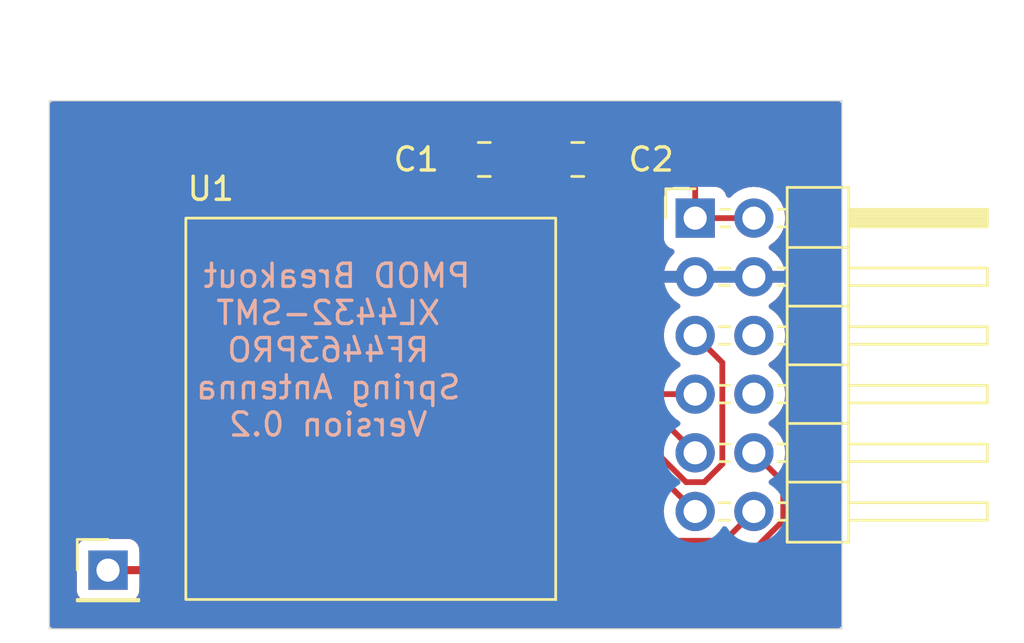
<source format=kicad_pcb>
(kicad_pcb (version 20221018) (generator pcbnew)
  (layers (0 "F.Cu" signal) (31 "B.Cu" signal) (34 "B.Paste" user) (35 "F.Paste" user) (36 "B.SilkS" user "B.Silkscreen") (37 "F.SilkS" user "F.Silkscreen") (38 "B.Mask" user) (39 "F.Mask" user) (44 "Edge.Cuts" user))
  (net 0 "")
  (net 1 "GND")
  (net 2 "nRESET")
  (net 3 "nCS")
  (net 4 "SCK")
  (net 5 "MOSI")
  (net 6 "MISO")
  (net 7 "VCC")
  (net 10 "Net-(J2-Pin_1)")
  (net 13 "IRQ")
  (footprint "Connector_PinHeader_2.54mm:PinHeader_2x06_P2.54mm_Horizontal" (layer "F.Cu") (at 149.86 43.18)
    (fp_text reference "J1" hide)
    (fp_text value "Conn_02x06_Odd_Even")
    (fp_line (start -1.27 -1.27) (end 0 -1.27) (stroke (width 0.12)) (layer "F.SilkS"))
    (fp_line (start -1.27 0) (end -1.27 -1.27) (stroke (width 0.12)) (layer "F.SilkS"))
    (fp_line (start 1.042929 2.16) (end 1.497071 2.16) (stroke (width 0.12)) (layer "F.SilkS"))
    (fp_line (start 1.042929 2.92) (end 1.497071 2.92) (stroke (width 0.12)) (layer "F.SilkS"))
    (fp_line (start 1.042929 4.7) (end 1.497071 4.7) (stroke (width 0.12)) (layer "F.SilkS"))
    (fp_line (start 1.042929 5.46) (end 1.497071 5.46) (stroke (width 0.12)) (layer "F.SilkS"))
    (fp_line (start 1.042929 7.24) (end 1.497071 7.24) (stroke (width 0.12)) (layer "F.SilkS"))
    (fp_line (start 1.042929 8) (end 1.497071 8) (stroke (width 0.12)) (layer "F.SilkS"))
    (fp_line (start 1.042929 9.78) (end 1.497071 9.78) (stroke (width 0.12)) (layer "F.SilkS"))
    (fp_line (start 1.042929 10.54) (end 1.497071 10.54) (stroke (width 0.12)) (layer "F.SilkS"))
    (fp_line (start 1.042929 12.32) (end 1.497071 12.32) (stroke (width 0.12)) (layer "F.SilkS"))
    (fp_line (start 1.042929 13.08) (end 1.497071 13.08) (stroke (width 0.12)) (layer "F.SilkS"))
    (fp_line (start 1.11 -0.38) (end 1.497071 -0.38) (stroke (width 0.12)) (layer "F.SilkS"))
    (fp_line (start 1.11 0.38) (end 1.497071 0.38) (stroke (width 0.12)) (layer "F.SilkS"))
    (fp_line (start 3.582929 -0.38) (end 3.98 -0.38) (stroke (width 0.12)) (layer "F.SilkS"))
    (fp_line (start 3.582929 0.38) (end 3.98 0.38) (stroke (width 0.12)) (layer "F.SilkS"))
    (fp_line (start 3.582929 2.16) (end 3.98 2.16) (stroke (width 0.12)) (layer "F.SilkS"))
    (fp_line (start 3.582929 2.92) (end 3.98 2.92) (stroke (width 0.12)) (layer "F.SilkS"))
    (fp_line (start 3.582929 4.7) (end 3.98 4.7) (stroke (width 0.12)) (layer "F.SilkS"))
    (fp_line (start 3.582929 5.46) (end 3.98 5.46) (stroke (width 0.12)) (layer "F.SilkS"))
    (fp_line (start 3.582929 7.24) (end 3.98 7.24) (stroke (width 0.12)) (layer "F.SilkS"))
    (fp_line (start 3.582929 8) (end 3.98 8) (stroke (width 0.12)) (layer "F.SilkS"))
    (fp_line (start 3.582929 9.78) (end 3.98 9.78) (stroke (width 0.12)) (layer "F.SilkS"))
    (fp_line (start 3.582929 10.54) (end 3.98 10.54) (stroke (width 0.12)) (layer "F.SilkS"))
    (fp_line (start 3.582929 12.32) (end 3.98 12.32) (stroke (width 0.12)) (layer "F.SilkS"))
    (fp_line (start 3.582929 13.08) (end 3.98 13.08) (stroke (width 0.12)) (layer "F.SilkS"))
    (fp_line (start 3.98 -1.33) (end 3.98 14.03) (stroke (width 0.12)) (layer "F.SilkS"))
    (fp_line (start 3.98 1.27) (end 6.64 1.27) (stroke (width 0.12)) (layer "F.SilkS"))
    (fp_line (start 3.98 3.81) (end 6.64 3.81) (stroke (width 0.12)) (layer "F.SilkS"))
    (fp_line (start 3.98 6.35) (end 6.64 6.35) (stroke (width 0.12)) (layer "F.SilkS"))
    (fp_line (start 3.98 8.89) (end 6.64 8.89) (stroke (width 0.12)) (layer "F.SilkS"))
    (fp_line (start 3.98 11.43) (end 6.64 11.43) (stroke (width 0.12)) (layer "F.SilkS"))
    (fp_line (start 3.98 14.03) (end 6.64 14.03) (stroke (width 0.12)) (layer "F.SilkS"))
    (fp_line (start 6.64 -1.33) (end 3.98 -1.33) (stroke (width 0.12)) (layer "F.SilkS"))
    (fp_line (start 6.64 -0.38) (end 12.64 -0.38) (stroke (width 0.12)) (layer "F.SilkS"))
    (fp_line (start 6.64 -0.32) (end 12.64 -0.32) (stroke (width 0.12)) (layer "F.SilkS"))
    (fp_line (start 6.64 -0.2) (end 12.64 -0.2) (stroke (width 0.12)) (layer "F.SilkS"))
    (fp_line (start 6.64 -0.08) (end 12.64 -0.08) (stroke (width 0.12)) (layer "F.SilkS"))
    (fp_line (start 6.64 0.04) (end 12.64 0.04) (stroke (width 0.12)) (layer "F.SilkS"))
    (fp_line (start 6.64 0.16) (end 12.64 0.16) (stroke (width 0.12)) (layer "F.SilkS"))
    (fp_line (start 6.64 0.28) (end 12.64 0.28) (stroke (width 0.12)) (layer "F.SilkS"))
    (fp_line (start 6.64 2.16) (end 12.64 2.16) (stroke (width 0.12)) (layer "F.SilkS"))
    (fp_line (start 6.64 4.7) (end 12.64 4.7) (stroke (width 0.12)) (layer "F.SilkS"))
    (fp_line (start 6.64 7.24) (end 12.64 7.24) (stroke (width 0.12)) (layer "F.SilkS"))
    (fp_line (start 6.64 9.78) (end 12.64 9.78) (stroke (width 0.12)) (layer "F.SilkS"))
    (fp_line (start 6.64 12.32) (end 12.64 12.32) (stroke (width 0.12)) (layer "F.SilkS"))
    (fp_line (start 6.64 14.03) (end 6.64 -1.33) (stroke (width 0.12)) (layer "F.SilkS"))
    (fp_line (start 12.64 -0.38) (end 12.64 0.38) (stroke (width 0.12)) (layer "F.SilkS"))
    (fp_line (start 12.64 0.38) (end 6.64 0.38) (stroke (width 0.12)) (layer "F.SilkS"))
    (fp_line (start 12.64 2.16) (end 12.64 2.92) (stroke (width 0.12)) (layer "F.SilkS"))
    (fp_line (start 12.64 2.92) (end 6.64 2.92) (stroke (width 0.12)) (layer "F.SilkS"))
    (fp_line (start 12.64 4.7) (end 12.64 5.46) (stroke (width 0.12)) (layer "F.SilkS"))
    (fp_line (start 12.64 5.46) (end 6.64 5.46) (stroke (width 0.12)) (layer "F.SilkS"))
    (fp_line (start 12.64 7.24) (end 12.64 8) (stroke (width 0.12)) (layer "F.SilkS"))
    (fp_line (start 12.64 8) (end 6.64 8) (stroke (width 0.12)) (layer "F.SilkS"))
    (fp_line (start 12.64 9.78) (end 12.64 10.54) (stroke (width 0.12)) (layer "F.SilkS"))
    (fp_line (start 12.64 10.54) (end 6.64 10.54) (stroke (width 0.12)) (layer "F.SilkS"))
    (fp_line (start 12.64 12.32) (end 12.64 13.08) (stroke (width 0.12)) (layer "F.SilkS"))
    (fp_line (start 12.64 13.08) (end 6.64 13.08) (stroke (width 0.12)) (layer "F.SilkS"))
    (pad "1" thru_hole rect (at 0 0) (size 1.7 1.7) (drill 1) (layers "*.Cu" "*.Mask") (net 7 "VCC"))
    (pad "2" thru_hole oval (at 2.54 0) (size 1.7 1.7) (drill 1) (layers "*.Cu" "*.Mask") (net 7 "VCC"))
    (pad "3" thru_hole oval (at 0 2.54) (size 1.7 1.7) (drill 1) (layers "*.Cu" "*.Mask") (net 1 "GND"))
    (pad "4" thru_hole oval (at 2.54 2.54) (size 1.7 1.7) (drill 1) (layers "*.Cu" "*.Mask") (net 1 "GND"))
    (pad "5" thru_hole oval (at 0 5.08) (size 1.7 1.7) (drill 1) (layers "*.Cu" "*.Mask") (net 4 "SCK"))
    (pad "6" thru_hole oval (at 2.54 5.08) (size 1.7 1.7) (drill 1) (layers "*.Cu" "*.Mask"))
    (pad "7" thru_hole oval (at 0 7.62) (size 1.7 1.7) (drill 1) (layers "*.Cu" "*.Mask") (net 6 "MISO"))
    (pad "8" thru_hole oval (at 2.54 7.62) (size 1.7 1.7) (drill 1) (layers "*.Cu" "*.Mask"))
    (pad "9" thru_hole oval (at 0 10.16) (size 1.7 1.7) (drill 1) (layers "*.Cu" "*.Mask") (net 5 "MOSI"))
    (pad "10" thru_hole oval (at 2.54 10.16) (size 1.7 1.7) (drill 1) (layers "*.Cu" "*.Mask") (net 2 "nRESET"))
    (pad "11" thru_hole oval (at 0 12.7) (size 1.7 1.7) (drill 1) (layers "*.Cu" "*.Mask") (net 3 "nCS"))
    (pad "12" thru_hole oval (at 2.54 12.7) (size 1.7 1.7) (drill 1) (layers "*.Cu" "*.Mask") (net 13 "IRQ"))
  )
  (footprint "AvS_Modules:AS4432-SMD" (layer "F.Cu") (at 135.89 52.07 180)
    (fp_text reference "U1" (at 6.985 10.16 unlocked) (layer "F.SilkS"))
    (fp_text value "AS4432-SMD")
    (fp_rect (start -7.9365 -7.62) (end 8.0635 8.89) (stroke (width 0.12)) (fill none) (layer "F.SilkS"))
    (pad "1" smd roundrect (at -7.9365 7.62 180) (size 2 1) (layers "F.Cu" "F.Paste" "F.Mask") (net 1 "GND"))
    (pad "2" smd roundrect (at -7.9365 6.35 180) (size 2 1) (layers "F.Cu" "F.Paste" "F.Mask"))
    (pad "3" smd roundrect (at -7.9365 5.08 180) (size 2 1) (layers "F.Cu" "F.Paste" "F.Mask"))
    (pad "4" smd roundrect (at -7.9365 3.81 180) (size 2 1) (layers "F.Cu" "F.Paste" "F.Mask"))
    (pad "5" smd roundrect (at -7.9365 2.54 180) (size 2 1) (layers "F.Cu" "F.Paste" "F.Mask") (net 7 "VCC"))
    (pad "6" smd roundrect (at -7.9365 1.27 180) (size 2 1) (layers "F.Cu" "F.Paste" "F.Mask") (net 6 "MISO"))
    (pad "7" smd roundrect (at -7.9365 0 180) (size 2 1) (layers "F.Cu" "F.Paste" "F.Mask") (net 5 "MOSI"))
    (pad "8" smd roundrect (at -7.9365 -1.27 180) (size 2 1) (layers "F.Cu" "F.Paste" "F.Mask") (net 4 "SCK"))
    (pad "9" smd roundrect (at -7.9365 -2.54 180) (size 2 1) (layers "F.Cu" "F.Paste" "F.Mask") (net 3 "nCS"))
    (pad "10" smd roundrect (at -7.9365 -3.81 180) (size 2 1) (layers "F.Cu" "F.Paste" "F.Mask") (net 13 "IRQ"))
    (pad "11" smd roundrect (at -7.9365 -5.08 180) (size 2 1) (layers "F.Cu" "F.Paste" "F.Mask") (net 2 "nRESET"))
    (pad "12" smd roundrect (at -7.9365 -6.35 180) (size 2 1) (layers "F.Cu" "F.Paste" "F.Mask") (net 1 "GND"))
    (pad "13" smd roundrect (at 8.0635 -6.35 180) (size 2 1) (layers "F.Cu" "F.Paste" "F.Mask") (net 10 "Net-(J2-Pin_1)"))
    (pad "14" smd roundrect (at 8.0635 -5.08 180) (size 2 1) (layers "F.Cu" "F.Paste" "F.Mask") (net 1 "GND"))
  )
  (footprint "Capacitor_SMD:C_0805_2012Metric_Pad1.18x1.45mm_HandSolder" (layer "F.Cu") (at 140.7375 40.64 180)
    (fp_text reference "C1" (at 2.9425 0) (layer "F.SilkS"))
    (fp_text value "C_Small")
    (fp_line (start -0.261252 -0.735) (end 0.261252 -0.735) (stroke (width 0.12)) (layer "F.SilkS"))
    (fp_line (start -0.261252 0.735) (end 0.261252 0.735) (stroke (width 0.12)) (layer "F.SilkS"))
    (pad "1" smd roundrect (at -1.0375 0 180) (size 1.175 1.45) (layers "F.Cu" "F.Paste" "F.Mask") (roundrect_rratio 0.2127659574) (net 7 "VCC"))
    (pad "2" smd roundrect (at 1.0375 0 180) (size 1.175 1.45) (layers "F.Cu" "F.Paste" "F.Mask") (roundrect_rratio 0.2127659574) (net 1 "GND"))
  )
  (footprint "Capacitor_SMD:C_0805_2012Metric_Pad1.18x1.45mm_HandSolder" (layer "F.Cu") (at 144.78 40.64)
    (fp_text reference "C2" (at 3.175 0) (layer "F.SilkS"))
    (fp_text value "C_Small")
    (fp_line (start -0.261252 -0.735) (end 0.261252 -0.735) (stroke (width 0.12)) (layer "F.SilkS"))
    (fp_line (start -0.261252 0.735) (end 0.261252 0.735) (stroke (width 0.12)) (layer "F.SilkS"))
    (pad "1" smd roundrect (at -1.0375 0) (size 1.175 1.45) (layers "F.Cu" "F.Paste" "F.Mask") (roundrect_rratio 0.2127659574) (net 7 "VCC"))
    (pad "2" smd roundrect (at 1.0375 0) (size 1.175 1.45) (layers "F.Cu" "F.Paste" "F.Mask") (roundrect_rratio 0.2127659574) (net 1 "GND"))
  )
  (footprint "Connector_PinHeader_2.54mm:PinHeader_1x01_P2.54mm_Vertical" (layer "F.Cu") (at 124.46 58.42)
    (fp_text reference "J2" hide)
    (fp_text value "Conn_01x01")
    (fp_line (start -1.33 -1.33) (end 0 -1.33) (stroke (width 0.12)) (layer "F.SilkS"))
    (fp_line (start -1.33 0) (end -1.33 -1.33) (stroke (width 0.12)) (layer "F.SilkS"))
    (fp_line (start -1.33 1.27) (end -1.33 1.33) (stroke (width 0.12)) (layer "F.SilkS"))
    (fp_line (start -1.33 1.27) (end 1.33 1.27) (stroke (width 0.12)) (layer "F.SilkS"))
    (fp_line (start -1.33 1.33) (end 1.33 1.33) (stroke (width 0.12)) (layer "F.SilkS"))
    (fp_line (start 1.33 1.27) (end 1.33 1.33) (stroke (width 0.12)) (layer "F.SilkS"))
    (pad "1" thru_hole rect (at 0 0) (size 1.7 1.7) (drill 1) (layers "*.Cu" "*.Mask") (net 10 "Net-(J2-Pin_1)"))
  )
  (gr_rect (start 121.92 38.1) (end 156.21 60.96) (stroke (width 0.05)) (fill none) (layer "Edge.Cuts"))
  (gr_text "PMOD Breakout \nXL4432-SMT\nRF4463PRO\nSpring Antenna\nVersion 0.2" (at 133.985 48.895) (layer "B.SilkS") (effects (font (size 1 1)) (justify mirror)))
  (segment (start 143.8265 57.15) (end 147.953604 57.15) (width 0.25) (layer "F.Cu") (net 2))
  (segment (start 152.341701 57.6) (end 153.23085 56.71085) (width 0.25) (layer "F.Cu") (net 2))
  (segment (start 152.791701 57.15) (end 153.67 56.271701) (width 0.25) (layer "F.Cu") (net 2))
  (segment (start 153.67 54.61) (end 152.4 53.34) (width 0.25) (layer "F.Cu") (net 2))
  (segment (start 153.67 56.271701) (end 153.67 54.61) (width 0.25) (layer "F.Cu") (net 2))
  (segment (start 147.953604 57.15) (end 148.403604 57.6) (width 0.25) (layer "F.Cu") (net 2))
  (segment (start 148.403604 57.6) (end 152.341701 57.6) (width 0.25) (layer "F.Cu") (net 2))
  (segment (start 148.59 54.61) (end 143.8265 54.61) (width 0.25) (layer "F.Cu") (net 3))
  (segment (start 149.86 55.88) (end 148.59 54.61) (width 0.25) (layer "F.Cu") (net 3))
  (segment (start 149.468299 54.61) (end 150.251701 54.61) (width 0.25) (layer "F.Cu") (net 4))
  (segment (start 150.251701 54.61) (end 151.035 53.826701) (width 0.25) (layer "F.Cu") (net 4))
  (segment (start 151.035 53.826701) (end 151.035 49.435) (width 0.25) (layer "F.Cu") (net 4))
  (segment (start 143.8265 53.34) (end 148.198299 53.34) (width 0.25) (layer "F.Cu") (net 4))
  (segment (start 151.035 49.435) (end 149.86 48.26) (width 0.25) (layer "F.Cu") (net 4))
  (segment (start 148.198299 53.34) (end 149.468299 54.61) (width 0.25) (layer "F.Cu") (net 4))
  (segment (start 143.8265 52.07) (end 148.59 52.07) (width 0.25) (layer "F.Cu") (net 5))
  (segment (start 148.59 52.07) (end 149.86 53.34) (width 0.25) (layer "F.Cu") (net 5))
  (segment (start 143.8265 50.8) (end 149.86 50.8) (width 0.25) (layer "F.Cu") (net 6))
  (segment (start 143.283327 49.53) (end 141.775 48.021673) (width 0.25) (layer "F.Cu") (net 7))
  (segment (start 143.7425 40.4075) (end 144.78 39.37) (width 0.25) (layer "F.Cu") (net 7))
  (segment (start 141.775 40.64) (end 143.7425 40.64) (width 0.25) (layer "F.Cu") (net 7))
  (segment (start 141.775 48.021673) (end 141.775 40.64) (width 0.25) (layer "F.Cu") (net 7))
  (segment (start 147.32 39.37) (end 149.86 41.91) (width 0.25) (layer "F.Cu") (net 7))
  (segment (start 149.86 43.18) (end 152.4 43.18) (width 0.25) (layer "F.Cu") (net 7))
  (segment (start 144.78 39.37) (end 147.32 39.37) (width 0.25) (layer "F.Cu") (net 7))
  (segment (start 143.7425 40.64) (end 143.7425 40.4075) (width 0.25) (layer "F.Cu") (net 7))
  (segment (start 143.8265 49.53) (end 143.283327 49.53) (width 0.25) (layer "F.Cu") (net 7))
  (segment (start 149.86 41.91) (end 149.86 43.18) (width 0.25) (layer "F.Cu") (net 7))
  (segment (start 127.8265 58.42) (end 124.46 58.42) (width 0.35) (layer "F.Cu") (net 10))
  (segment (start 147.32 55.88) (end 143.8265 55.88) (width 0.25) (layer "F.Cu") (net 13))
  (segment (start 152.4 55.88) (end 151.13 57.15) (width 0.25) (layer "F.Cu") (net 13))
  (segment (start 148.59 57.15) (end 147.32 55.88) (width 0.25) (layer "F.Cu") (net 13))
  (segment (start 151.13 57.15) (end 148.59 57.15) (width 0.25) (layer "F.Cu") (net 13))
  (zone (net 1) (net_name "GND") (layers "F&B.Cu") (connect_pads (clearance 0.5)) (min_thickness 0.254) (fill yes (thermal_gap 0.508) (thermal_bridge_width 0.508))
    (polygon (pts (xy 157.48 60.96) (xy 121.92 60.96) (xy 121.92 38.1) (xy 157.48 38.1)))
  )
)
</source>
